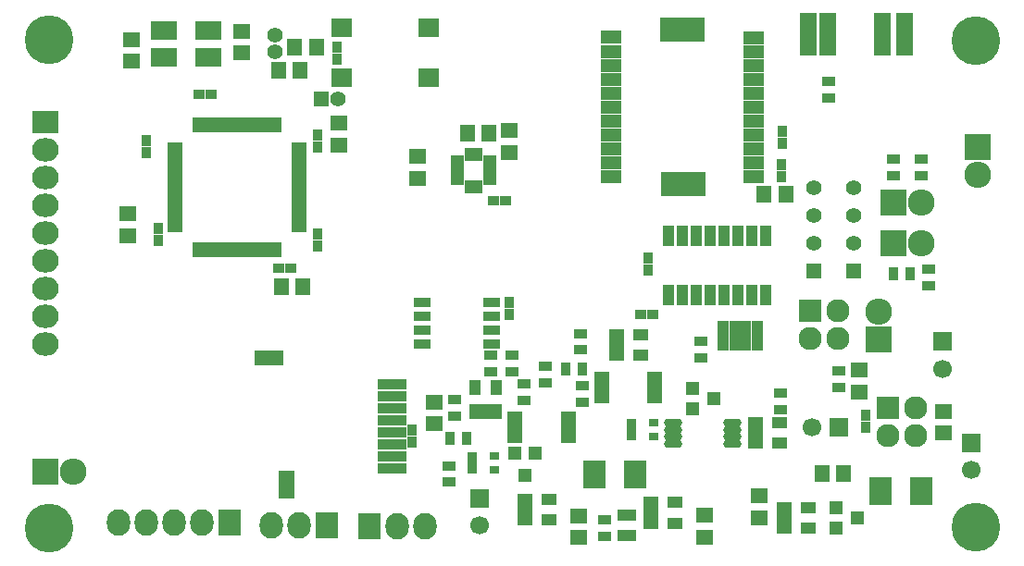
<source format=gts>
G04 #@! TF.FileFunction,Soldermask,Top*
%FSLAX46Y46*%
G04 Gerber Fmt 4.6, Leading zero omitted, Abs format (unit mm)*
G04 Created by KiCad (PCBNEW 4.0.2-stable) date 23/11/2016 19:11:44*
%MOMM*%
G01*
G04 APERTURE LIST*
%ADD10C,0.100000*%
%ADD11R,1.400000X1.400000*%
%ADD12C,1.400000*%
%ADD13R,2.127200X2.432000*%
%ADD14O,2.127200X2.432000*%
%ADD15O,1.700000X0.750000*%
%ADD16R,1.700000X1.700000*%
%ADD17C,1.700000*%
%ADD18C,4.464000*%
%ADD19R,4.050000X2.300000*%
%ADD20R,1.900000X1.200000*%
%ADD21R,2.432000X2.127200*%
%ADD22O,2.432000X2.127200*%
%ADD23R,1.400000X1.650000*%
%ADD24R,0.900000X1.000000*%
%ADD25R,1.650000X1.400000*%
%ADD26R,1.000000X0.900000*%
%ADD27R,2.000200X2.599640*%
%ADD28R,2.432000X2.432000*%
%ADD29O,2.432000X2.432000*%
%ADD30R,2.127200X2.127200*%
%ADD31O,2.127200X2.127200*%
%ADD32R,1.200100X1.200100*%
%ADD33R,1.300000X0.900000*%
%ADD34R,0.900000X1.300000*%
%ADD35R,1.700000X1.100000*%
%ADD36R,1.950000X1.700000*%
%ADD37R,1.543000X0.908000*%
%ADD38R,1.000000X1.900000*%
%ADD39R,1.250000X0.650000*%
%ADD40R,0.650000X1.250000*%
%ADD41R,1.600000X3.900000*%
%ADD42R,1.460000X1.050000*%
%ADD43R,1.050000X1.460000*%
%ADD44R,1.050000X0.700000*%
%ADD45R,1.175000X1.640000*%
%ADD46R,0.908000X0.704800*%
%ADD47R,2.400000X1.700000*%
%ADD48C,1.400760*%
%ADD49R,0.650000X1.400000*%
%ADD50R,1.400000X0.650000*%
%ADD51R,1.400000X2.900000*%
G04 APERTURE END LIST*
D10*
G36*
X60154160Y-128040740D02*
X57554520Y-128040740D01*
X57554520Y-127041300D01*
X60154160Y-127041300D01*
X60154160Y-128040740D01*
X60154160Y-128040740D01*
G37*
G36*
X60154160Y-129140560D02*
X57554520Y-129140560D01*
X57554520Y-128141120D01*
X60154160Y-128141120D01*
X60154160Y-129140560D01*
X60154160Y-129140560D01*
G37*
G36*
X60154160Y-130240380D02*
X57554520Y-130240380D01*
X57554520Y-129240940D01*
X60154160Y-129240940D01*
X60154160Y-130240380D01*
X60154160Y-130240380D01*
G37*
G36*
X60154160Y-131340200D02*
X57554520Y-131340200D01*
X57554520Y-130340760D01*
X60154160Y-130340760D01*
X60154160Y-131340200D01*
X60154160Y-131340200D01*
G37*
G36*
X60154160Y-132440020D02*
X57554520Y-132440020D01*
X57554520Y-131440580D01*
X60154160Y-131440580D01*
X60154160Y-132440020D01*
X60154160Y-132440020D01*
G37*
G36*
X60154160Y-133542380D02*
X57554520Y-133542380D01*
X57554520Y-132542940D01*
X60154160Y-132542940D01*
X60154160Y-133542380D01*
X60154160Y-133542380D01*
G37*
G36*
X60154160Y-134642200D02*
X57554520Y-134642200D01*
X57554520Y-133642760D01*
X60154160Y-133642760D01*
X60154160Y-134642200D01*
X60154160Y-134642200D01*
G37*
G36*
X60154160Y-135742020D02*
X57554520Y-135742020D01*
X57554520Y-134742580D01*
X60154160Y-134742580D01*
X60154160Y-135742020D01*
X60154160Y-135742020D01*
G37*
G36*
X49854460Y-138040720D02*
X48453700Y-138040720D01*
X48453700Y-135441080D01*
X49854460Y-135441080D01*
X49854460Y-138040720D01*
X49854460Y-138040720D01*
G37*
G36*
X48853700Y-125841100D02*
X46254060Y-125841100D01*
X46254060Y-124440340D01*
X48853700Y-124440340D01*
X48853700Y-125841100D01*
X48853700Y-125841100D01*
G37*
D11*
X52349400Y-101396800D03*
D12*
X53873400Y-101396800D03*
D13*
X56769000Y-140525500D03*
D14*
X59309000Y-140525500D03*
X61849000Y-140525500D03*
D15*
X84517250Y-131095750D03*
X84517250Y-131730750D03*
X84517250Y-132365750D03*
X84517250Y-133000750D03*
X89917250Y-133000750D03*
X89917250Y-132365750D03*
X89917250Y-131730750D03*
X89917250Y-131095750D03*
D16*
X99695000Y-131508500D03*
D17*
X97195000Y-131508500D03*
D18*
X112204500Y-140652500D03*
X112204500Y-96075500D03*
X27432000Y-96012000D03*
D19*
X85456700Y-109215800D03*
D20*
X78856700Y-95765800D03*
X78856700Y-97085800D03*
X78856700Y-98355800D03*
X78856700Y-99625800D03*
X78856700Y-100895800D03*
X78856700Y-102165800D03*
X78856700Y-103435800D03*
X78856700Y-104705800D03*
X78856700Y-105975800D03*
X78856700Y-107245800D03*
X78856700Y-108515800D03*
X91856700Y-108515800D03*
X91856700Y-107245800D03*
X91856700Y-105975800D03*
X91856700Y-104705800D03*
X91856700Y-103435800D03*
X91856700Y-102165800D03*
X91856700Y-100895800D03*
X91856700Y-99625800D03*
X91856700Y-98355800D03*
X91856700Y-97085800D03*
X91856700Y-95815800D03*
D19*
X85356700Y-95115800D03*
D21*
X27146000Y-103538000D03*
D22*
X27146000Y-106078000D03*
X27146000Y-108618000D03*
X27146000Y-111158000D03*
X27146000Y-113698000D03*
X27146000Y-116238000D03*
X27146000Y-118778000D03*
X27146000Y-121318000D03*
X27146000Y-123858000D03*
D23*
X50695100Y-118579900D03*
X48695100Y-118579900D03*
D24*
X69540120Y-120079680D03*
X69540120Y-121179680D03*
X52019200Y-114900800D03*
X52019200Y-113800800D03*
D25*
X53962300Y-103635300D03*
X53962300Y-105635300D03*
D26*
X49521200Y-116890800D03*
X48421200Y-116890800D03*
D24*
X51968400Y-104707600D03*
X51968400Y-105807600D03*
X37439600Y-114342000D03*
X37439600Y-113242000D03*
D26*
X41156800Y-100990400D03*
X42256800Y-100990400D03*
D24*
X36372800Y-106315600D03*
X36372800Y-105215600D03*
X82232500Y-117072500D03*
X82232500Y-115972500D03*
D25*
X62651640Y-129180080D03*
X62651640Y-131180080D03*
D24*
X53771800Y-97755800D03*
X53771800Y-96655800D03*
D25*
X45059600Y-95215200D03*
X45059600Y-97215200D03*
X35001200Y-97977200D03*
X35001200Y-95977200D03*
X34645600Y-111928400D03*
X34645600Y-113928400D03*
D23*
X48441100Y-98831400D03*
X50441100Y-98831400D03*
X49888900Y-96672400D03*
X51888900Y-96672400D03*
D25*
X61137800Y-108708700D03*
X61137800Y-106708700D03*
D24*
X94551500Y-105464700D03*
X94551500Y-104364700D03*
D23*
X67700400Y-104533700D03*
X65700400Y-104533700D03*
D24*
X94462600Y-108525400D03*
X94462600Y-107425400D03*
D25*
X69557900Y-104333800D03*
X69557900Y-106333800D03*
D26*
X68080800Y-110731300D03*
X69180800Y-110731300D03*
X81555500Y-121158000D03*
X82655500Y-121158000D03*
D24*
X102108000Y-130412400D03*
X102108000Y-131512400D03*
D25*
X75882500Y-139589000D03*
X75882500Y-141589000D03*
X101549200Y-126254000D03*
X101549200Y-128254000D03*
D16*
X109169200Y-123647200D03*
D17*
X109169200Y-126147200D03*
D25*
X87439500Y-139525500D03*
X87439500Y-141525500D03*
D16*
X111823500Y-132905500D03*
D17*
X111823500Y-135405500D03*
D25*
X92392500Y-139747500D03*
X92392500Y-137747500D03*
D23*
X100123500Y-135699500D03*
X98123500Y-135699500D03*
D25*
X109220000Y-130013200D03*
X109220000Y-132013200D03*
D27*
X77284580Y-135826500D03*
X81084420Y-135826500D03*
X107246420Y-137350500D03*
X103446580Y-137350500D03*
D13*
X52832000Y-140462000D03*
D14*
X50292000Y-140462000D03*
X47752000Y-140462000D03*
D13*
X43942000Y-140208000D03*
D14*
X41402000Y-140208000D03*
X38862000Y-140208000D03*
X36322000Y-140208000D03*
X33782000Y-140208000D03*
D28*
X104673400Y-114642900D03*
D29*
X107213400Y-114642900D03*
D11*
X101015800Y-117182900D03*
D12*
X101015800Y-114642900D03*
X101015800Y-112102900D03*
X101015800Y-109562900D03*
D28*
X112344200Y-105829100D03*
D29*
X112344200Y-108369100D03*
D30*
X97091500Y-120840500D03*
D31*
X99631500Y-120840500D03*
X97091500Y-123380500D03*
X99631500Y-123380500D03*
D32*
X71943000Y-133873240D03*
X70043000Y-133873240D03*
X70993000Y-135872220D03*
X86273640Y-127929600D03*
X86273640Y-129829600D03*
X88272620Y-128879600D03*
X99392740Y-138813500D03*
X99392740Y-140713500D03*
X101391720Y-139763500D03*
D33*
X104648000Y-106946000D03*
X104648000Y-108446000D03*
X107251500Y-106946000D03*
X107251500Y-108446000D03*
X69791580Y-126378400D03*
X69791580Y-124878400D03*
X67861180Y-126411420D03*
X67861180Y-124911420D03*
D34*
X106190480Y-117454680D03*
X104690480Y-117454680D03*
D33*
X107886500Y-118542500D03*
X107886500Y-117042500D03*
X76047600Y-122897200D03*
X76047600Y-124397200D03*
X70866000Y-127520000D03*
X70866000Y-129020000D03*
D34*
X64147000Y-132524500D03*
X65647000Y-132524500D03*
D33*
X64566800Y-128942400D03*
X64566800Y-130442400D03*
X64008000Y-136513000D03*
X64008000Y-135013000D03*
X78295500Y-139966000D03*
X78295500Y-141466000D03*
D35*
X80327500Y-141412000D03*
X80327500Y-139512000D03*
D33*
X87096600Y-125121100D03*
X87096600Y-123621100D03*
X99669600Y-126300800D03*
X99669600Y-127800800D03*
X76250800Y-127672400D03*
X76250800Y-129172400D03*
D34*
X74738800Y-126187200D03*
X76238800Y-126187200D03*
D33*
X94335600Y-129832800D03*
X94335600Y-128332800D03*
D36*
X54178300Y-99443100D03*
X54178300Y-94943100D03*
X62128300Y-94943100D03*
X62128300Y-99443100D03*
D37*
X67894200Y-120015000D03*
X67894200Y-121285000D03*
X67894200Y-122555000D03*
X67894200Y-123825000D03*
X61544200Y-123825000D03*
X61544200Y-122555000D03*
X61544200Y-121285000D03*
X61544200Y-120015000D03*
D38*
X92989400Y-113974900D03*
X91719400Y-113974900D03*
X90449400Y-113974900D03*
X89179400Y-113974900D03*
X87909400Y-113974900D03*
X86639400Y-113974900D03*
X85369400Y-113974900D03*
X84099400Y-113974900D03*
X84099400Y-119374900D03*
X85369400Y-119374900D03*
X86639400Y-119374900D03*
X87909400Y-119374900D03*
X89179400Y-119374900D03*
X90449400Y-119374900D03*
X91719400Y-119374900D03*
X92989400Y-119374900D03*
D39*
X64793600Y-106962700D03*
X64793600Y-107462700D03*
X64793600Y-107962700D03*
X64793600Y-108462700D03*
X64793600Y-108962700D03*
D40*
X65768600Y-109437700D03*
X66268600Y-109437700D03*
X66768600Y-109437700D03*
D39*
X67743600Y-108962700D03*
X67743600Y-108462700D03*
X67743600Y-107962700D03*
X67743600Y-107462700D03*
X67743600Y-106962700D03*
D40*
X66768600Y-106487700D03*
X66268600Y-106487700D03*
X65768600Y-106487700D03*
D41*
X98693600Y-95529400D03*
X96893600Y-95529400D03*
X103693600Y-95529400D03*
X105693600Y-95529400D03*
D42*
X79367200Y-123002000D03*
X79367200Y-123952000D03*
X79367200Y-124902000D03*
X81567200Y-124902000D03*
X81567200Y-123002000D03*
D43*
X66423500Y-130005000D03*
X67373500Y-130005000D03*
X68323500Y-130005000D03*
X68323500Y-127805000D03*
X66423500Y-127805000D03*
D42*
X70972500Y-138051500D03*
X70972500Y-139001500D03*
X70972500Y-139951500D03*
X73172500Y-139951500D03*
X73172500Y-138051500D03*
D44*
X92202600Y-124101100D03*
X92202600Y-123601100D03*
X92202600Y-123101100D03*
X92202600Y-122601100D03*
X92202600Y-122101100D03*
X89102600Y-122101100D03*
X89102600Y-122601100D03*
X89102600Y-123101100D03*
X89102600Y-123601100D03*
X89102600Y-124101100D03*
D45*
X90265100Y-122481100D03*
X90265100Y-123721100D03*
X91040100Y-122481100D03*
X91040100Y-123721100D03*
D42*
X82466000Y-138369000D03*
X82466000Y-139319000D03*
X82466000Y-140269000D03*
X84666000Y-140269000D03*
X84666000Y-138369000D03*
D46*
X80676750Y-131095750D03*
X80676750Y-132365750D03*
X82708750Y-131095750D03*
X80676750Y-131730750D03*
X82708750Y-132365750D03*
D42*
X92086250Y-131034750D03*
X92086250Y-131984750D03*
X92086250Y-132934750D03*
X94286250Y-132934750D03*
X94286250Y-131034750D03*
X94721500Y-138813500D03*
X94721500Y-139763500D03*
X94721500Y-140713500D03*
X96921500Y-140713500D03*
X96921500Y-138813500D03*
D47*
X41979600Y-95193000D03*
X37979600Y-95193000D03*
X37979600Y-97593000D03*
X41979600Y-97593000D03*
D48*
X48082200Y-97066100D03*
X48082200Y-95567500D03*
D49*
X48403200Y-103824800D03*
X47903200Y-103824800D03*
X47403200Y-103824800D03*
X46903200Y-103824800D03*
X46403200Y-103824800D03*
X45903200Y-103824800D03*
X45403200Y-103824800D03*
X44903200Y-103824800D03*
X44403200Y-103824800D03*
X43903200Y-103824800D03*
X43403200Y-103824800D03*
X42903200Y-103824800D03*
X42403200Y-103824800D03*
X41903200Y-103824800D03*
X41403200Y-103824800D03*
X40903200Y-103824800D03*
D50*
X38953200Y-105774800D03*
X38953200Y-106274800D03*
X38953200Y-106774800D03*
X38953200Y-107274800D03*
X38953200Y-107774800D03*
X38953200Y-108274800D03*
X38953200Y-108774800D03*
X38953200Y-109274800D03*
X38953200Y-109774800D03*
X38953200Y-110274800D03*
X38953200Y-110774800D03*
X38953200Y-111274800D03*
X38953200Y-111774800D03*
X38953200Y-112274800D03*
X38953200Y-112774800D03*
X38953200Y-113274800D03*
D49*
X40903200Y-115224800D03*
X41403200Y-115224800D03*
X41903200Y-115224800D03*
X42403200Y-115224800D03*
X42903200Y-115224800D03*
X43403200Y-115224800D03*
X43903200Y-115224800D03*
X44403200Y-115224800D03*
X44903200Y-115224800D03*
X45403200Y-115224800D03*
X45903200Y-115224800D03*
X46403200Y-115224800D03*
X46903200Y-115224800D03*
X47403200Y-115224800D03*
X47903200Y-115224800D03*
X48403200Y-115224800D03*
D50*
X50353200Y-113274800D03*
X50353200Y-112774800D03*
X50353200Y-112274800D03*
X50353200Y-111774800D03*
X50353200Y-111274800D03*
X50353200Y-110774800D03*
X50353200Y-110274800D03*
X50353200Y-109774800D03*
X50353200Y-109274800D03*
X50353200Y-108774800D03*
X50353200Y-108274800D03*
X50353200Y-107774800D03*
X50353200Y-107274800D03*
X50353200Y-106774800D03*
X50353200Y-106274800D03*
X50353200Y-105774800D03*
D16*
X66865500Y-137985500D03*
D17*
X66865500Y-140485500D03*
D33*
X98704400Y-99859400D03*
X98704400Y-101359400D03*
D18*
X27432000Y-140716000D03*
D46*
X66167000Y-134112000D03*
X66167000Y-135382000D03*
X68199000Y-134112000D03*
X66167000Y-134747000D03*
X68199000Y-135382000D03*
D51*
X74967000Y-131445000D03*
X70067000Y-131445000D03*
X77966400Y-127812800D03*
X82866400Y-127812800D03*
D28*
X103352600Y-123398280D03*
D29*
X103352600Y-120858280D03*
D30*
X104203500Y-129730500D03*
D31*
X104203500Y-132270500D03*
X106743500Y-129730500D03*
X106743500Y-132270500D03*
D33*
X72847200Y-125894400D03*
X72847200Y-127394400D03*
D28*
X27076400Y-135534400D03*
D29*
X29616400Y-135534400D03*
D28*
X104686100Y-110871000D03*
D29*
X107226100Y-110871000D03*
D11*
X97370900Y-117182900D03*
D12*
X97370900Y-114642900D03*
X97370900Y-112102900D03*
X97370900Y-109562900D03*
D23*
X92827600Y-110185200D03*
X94827600Y-110185200D03*
D24*
X60685680Y-131748440D03*
X60685680Y-132848440D03*
M02*

</source>
